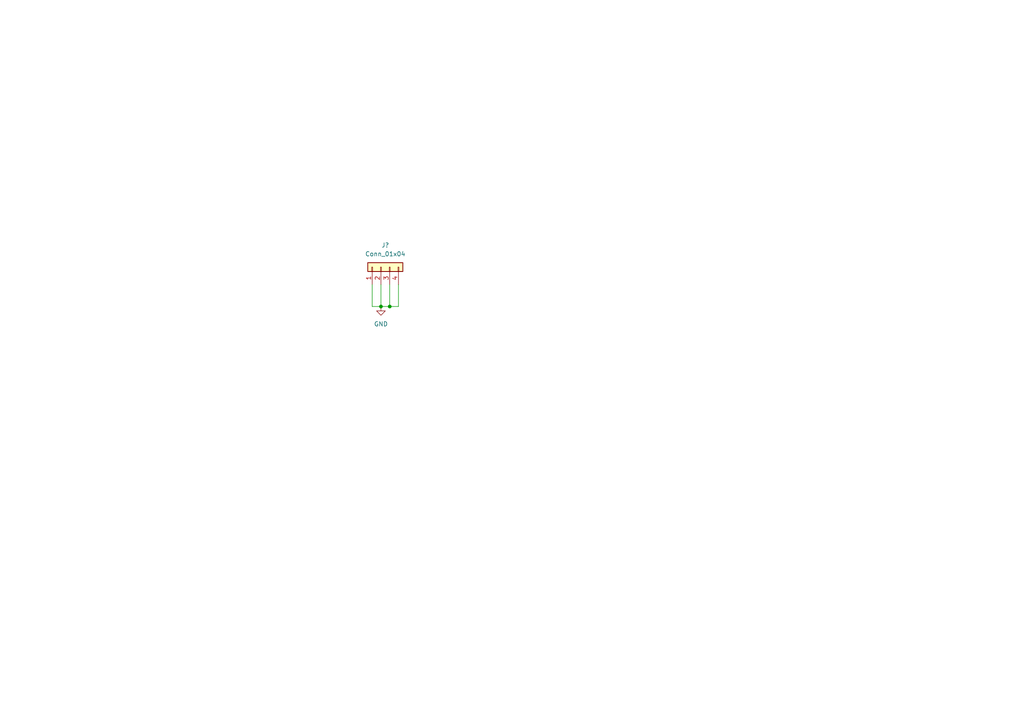
<source format=kicad_sch>
(kicad_sch (version 20211123) (generator eeschema)

  (uuid 525dd211-9636-4ce5-9ed4-463258c5765a)

  (paper "A4")

  (lib_symbols
    (symbol "Connector_Generic:Conn_01x04" (pin_names (offset 1.016) hide) (in_bom yes) (on_board yes)
      (property "Reference" "J" (id 0) (at 0 5.08 0)
        (effects (font (size 1.27 1.27)))
      )
      (property "Value" "Conn_01x04" (id 1) (at 0 -7.62 0)
        (effects (font (size 1.27 1.27)))
      )
      (property "Footprint" "" (id 2) (at 0 0 0)
        (effects (font (size 1.27 1.27)) hide)
      )
      (property "Datasheet" "~" (id 3) (at 0 0 0)
        (effects (font (size 1.27 1.27)) hide)
      )
      (property "ki_keywords" "connector" (id 4) (at 0 0 0)
        (effects (font (size 1.27 1.27)) hide)
      )
      (property "ki_description" "Generic connector, single row, 01x04, script generated (kicad-library-utils/schlib/autogen/connector/)" (id 5) (at 0 0 0)
        (effects (font (size 1.27 1.27)) hide)
      )
      (property "ki_fp_filters" "Connector*:*_1x??_*" (id 6) (at 0 0 0)
        (effects (font (size 1.27 1.27)) hide)
      )
      (symbol "Conn_01x04_1_1"
        (rectangle (start -1.27 -4.953) (end 0 -5.207)
          (stroke (width 0.1524) (type default) (color 0 0 0 0))
          (fill (type none))
        )
        (rectangle (start -1.27 -2.413) (end 0 -2.667)
          (stroke (width 0.1524) (type default) (color 0 0 0 0))
          (fill (type none))
        )
        (rectangle (start -1.27 0.127) (end 0 -0.127)
          (stroke (width 0.1524) (type default) (color 0 0 0 0))
          (fill (type none))
        )
        (rectangle (start -1.27 2.667) (end 0 2.413)
          (stroke (width 0.1524) (type default) (color 0 0 0 0))
          (fill (type none))
        )
        (rectangle (start -1.27 3.81) (end 1.27 -6.35)
          (stroke (width 0.254) (type default) (color 0 0 0 0))
          (fill (type background))
        )
        (pin passive line (at -5.08 2.54 0) (length 3.81)
          (name "Pin_1" (effects (font (size 1.27 1.27))))
          (number "1" (effects (font (size 1.27 1.27))))
        )
        (pin passive line (at -5.08 0 0) (length 3.81)
          (name "Pin_2" (effects (font (size 1.27 1.27))))
          (number "2" (effects (font (size 1.27 1.27))))
        )
        (pin passive line (at -5.08 -2.54 0) (length 3.81)
          (name "Pin_3" (effects (font (size 1.27 1.27))))
          (number "3" (effects (font (size 1.27 1.27))))
        )
        (pin passive line (at -5.08 -5.08 0) (length 3.81)
          (name "Pin_4" (effects (font (size 1.27 1.27))))
          (number "4" (effects (font (size 1.27 1.27))))
        )
      )
    )
    (symbol "power:GND" (power) (pin_names (offset 0)) (in_bom yes) (on_board yes)
      (property "Reference" "#PWR" (id 0) (at 0 -6.35 0)
        (effects (font (size 1.27 1.27)) hide)
      )
      (property "Value" "GND" (id 1) (at 0 -3.81 0)
        (effects (font (size 1.27 1.27)))
      )
      (property "Footprint" "" (id 2) (at 0 0 0)
        (effects (font (size 1.27 1.27)) hide)
      )
      (property "Datasheet" "" (id 3) (at 0 0 0)
        (effects (font (size 1.27 1.27)) hide)
      )
      (property "ki_keywords" "power-flag" (id 4) (at 0 0 0)
        (effects (font (size 1.27 1.27)) hide)
      )
      (property "ki_description" "Power symbol creates a global label with name \"GND\" , ground" (id 5) (at 0 0 0)
        (effects (font (size 1.27 1.27)) hide)
      )
      (symbol "GND_0_1"
        (polyline
          (pts
            (xy 0 0)
            (xy 0 -1.27)
            (xy 1.27 -1.27)
            (xy 0 -2.54)
            (xy -1.27 -1.27)
            (xy 0 -1.27)
          )
          (stroke (width 0) (type default) (color 0 0 0 0))
          (fill (type none))
        )
      )
      (symbol "GND_1_1"
        (pin power_in line (at 0 0 270) (length 0) hide
          (name "GND" (effects (font (size 1.27 1.27))))
          (number "1" (effects (font (size 1.27 1.27))))
        )
      )
    )
  )

  (junction (at 113.03 88.9) (diameter 0) (color 0 0 0 0)
    (uuid 96627eb0-c4fa-49dd-b7b5-c8b474615e80)
  )
  (junction (at 110.49 88.9) (diameter 0) (color 0 0 0 0)
    (uuid c2d9900c-bbf7-4270-abee-4d0693f943c6)
  )

  (wire (pts (xy 113.03 82.55) (xy 113.03 88.9))
    (stroke (width 0) (type default) (color 0 0 0 0))
    (uuid 18199711-1df3-44f1-b738-5f595bd32b70)
  )
  (wire (pts (xy 113.03 88.9) (xy 110.49 88.9))
    (stroke (width 0) (type default) (color 0 0 0 0))
    (uuid 31cb8b54-ce97-455f-9c0d-5337f16b83a5)
  )
  (wire (pts (xy 115.57 82.55) (xy 115.57 88.9))
    (stroke (width 0) (type default) (color 0 0 0 0))
    (uuid 7d30435b-ba3c-4ed9-942b-22488bcdb4ce)
  )
  (wire (pts (xy 107.95 88.9) (xy 110.49 88.9))
    (stroke (width 0) (type default) (color 0 0 0 0))
    (uuid 88536b79-ebb9-4ed3-913c-4139d1e29c62)
  )
  (wire (pts (xy 107.95 82.55) (xy 107.95 88.9))
    (stroke (width 0) (type default) (color 0 0 0 0))
    (uuid abf556d2-6810-4e9a-a3fa-1d61f8c77da5)
  )
  (wire (pts (xy 115.57 88.9) (xy 113.03 88.9))
    (stroke (width 0) (type default) (color 0 0 0 0))
    (uuid c3baf6e8-a979-4663-940f-5c67a7b9b5d5)
  )
  (wire (pts (xy 110.49 82.55) (xy 110.49 88.9))
    (stroke (width 0) (type default) (color 0 0 0 0))
    (uuid f6e52ab0-85c5-427b-ab59-0efb2db28bf3)
  )

  (symbol (lib_id "Connector_Generic:Conn_01x04") (at 110.49 77.47 90) (unit 1)
    (in_bom yes) (on_board yes) (fields_autoplaced)
    (uuid 393630a9-91d8-4f80-aa5d-85510a2cc720)
    (property "Reference" "J?" (id 0) (at 111.76 71.12 90))
    (property "Value" "Conn_01x04" (id 1) (at 111.76 73.66 90))
    (property "Footprint" "" (id 2) (at 110.49 77.47 0)
      (effects (font (size 1.27 1.27)) hide)
    )
    (property "Datasheet" "~" (id 3) (at 110.49 77.47 0)
      (effects (font (size 1.27 1.27)) hide)
    )
    (pin "1" (uuid 3f3e4b55-c011-47c6-8e03-1ef544b33ae8))
    (pin "2" (uuid de641003-88f6-4624-ae89-eeee8fb79ac1))
    (pin "3" (uuid 452fc7cb-91c5-4423-b24e-5b5b40ec38ac))
    (pin "4" (uuid 88bb4e28-85aa-45a1-8c04-a9857f264825))
  )

  (symbol (lib_id "power:GND") (at 110.49 88.9 0) (unit 1)
    (in_bom yes) (on_board yes) (fields_autoplaced)
    (uuid fea4e10f-2c6c-46be-9bac-db1591d53dce)
    (property "Reference" "#PWR?" (id 0) (at 110.49 95.25 0)
      (effects (font (size 1.27 1.27)) hide)
    )
    (property "Value" "GND" (id 1) (at 110.49 93.98 0))
    (property "Footprint" "" (id 2) (at 110.49 88.9 0)
      (effects (font (size 1.27 1.27)) hide)
    )
    (property "Datasheet" "" (id 3) (at 110.49 88.9 0)
      (effects (font (size 1.27 1.27)) hide)
    )
    (pin "1" (uuid 6244292a-a7b7-4056-874f-428a971aa941))
  )
)

</source>
